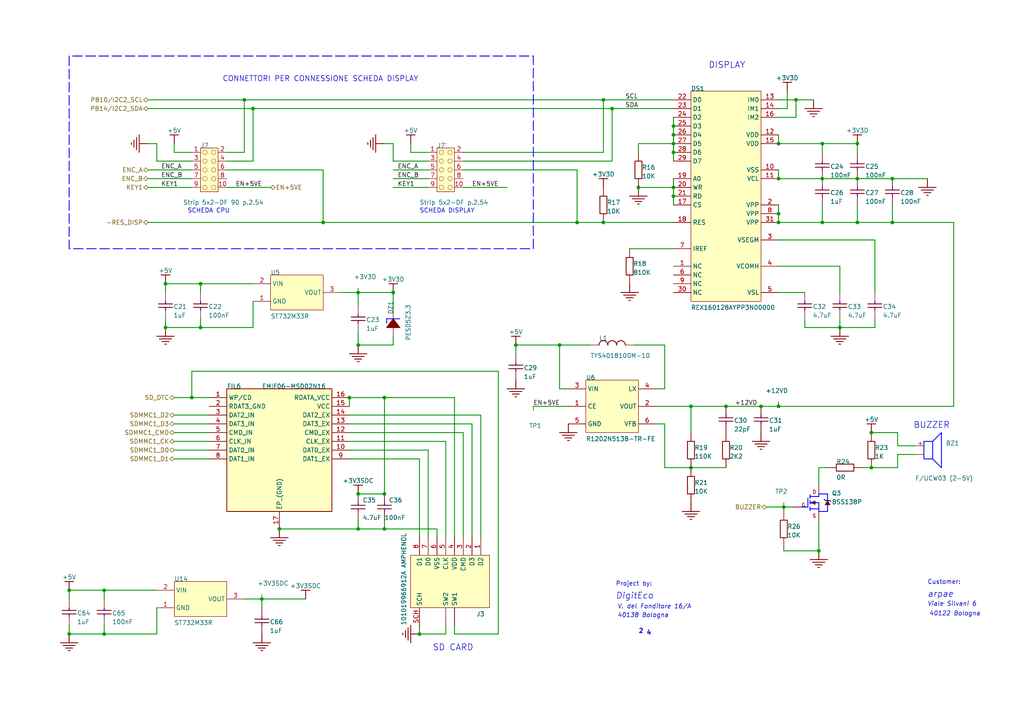
<source format=kicad_sch>
(kicad_sch (version 20230121) (generator eeschema)
  (paper "A4")
  (title_block (title "Stima V4-Master") (rev "1.1"))
  (lib_symbols
    (symbol "Stima V4 Master R1_1-altium-import:+3V3D" (power)
      (property "Reference" "#PWR" (at 0 0 0))
      (property "Value" "+3V3D" (at 0 3.81 0))
      (symbol "+3V3D_0_0"
        (pin power_in line (at 0 0 0) (length 0) hide (name "+3V3D") (number ""))
      )
    )
    (symbol "Stima V4 Master R1_1-altium-import:+3V3SDC" (power)
      (property "Reference" "#PWR" (at 0 0 0))
      (property "Value" "+3V3SDC" (at 0 3.81 0))
      (symbol "+3V3SDC_0_0"
        (pin power_in line (at 0 0 0) (length 0) hide (name "+3V3SDC") (number ""))
      )
    )
    (symbol "Stima V4 Master R1_1-altium-import:+5V" (power)
      (property "Reference" "#PWR" (at 0 0 0))
      (property "Value" "+5V" (at 0 3.81 0))
      (symbol "+5V_0_0"
        (pin power_in line (at 0 0 0) (length 0) hide (name "+5V") (number ""))
      )
    )
    (symbol "Stima V4 Master R1_1-altium-import:GND" (power)
      (property "Reference" "#PWR" (at 0 0 0))
      (property "Value" "GND" (at 0 6.35 0))
      (symbol "GND_0_0"
        (pin power_in line (at 0 0 0) (length 0) hide (name "GND") (number ""))
      )
    )
    (symbol "Stima V4 Master R1_1-altium-import:root_0_BSS138"
      (symbol "root_0_BSS138_1_0"
        (text "D" (at 3.175 0 0) (effects (font (size 1.016 1.016)) (justify left bottom)))
        (text "G" (at 0 -3.81 0) (effects (font (size 1.016 1.016)) (justify left bottom)))
        (text "S" (at 3.175 -6.985 0) (effects (font (size 1.016 1.016)) (justify left bottom)))
        (pin passive line (at -2.54 -3.81 0) (length 2.54) (name "G") (number "1"))
        (pin passive line (at 5.08 -7.62 90) (length 2.54) (name "S") (number "2"))
        (pin passive line (at 5.08 2.54 270) (length 2.54) (name "D") (number "3"))
      )
    )
    (symbol "Stima V4 Master R1_1-altium-import:root_0_Buzzer"
      (symbol "root_0_Buzzer_1_0"
        (text "+" (at -1.905 0 0) (effects (font (size 1.27 1.27)) (justify left bottom)))
        (pin passive line (at -2.54 0 0) (length 2.54) (name "+") (number "1"))
        (pin passive line (at -2.54 -2.54 0) (length 2.54) (name "-") (number "2"))
      )
    )
    (symbol "Stima V4 Master R1_1-altium-import:root_0_C0603"
      (symbol "root_0_C0603_1_0"
        (pin passive line (at 0 2.54 270) (length 2.54) (name "1") (number "1"))
        (pin passive line (at 0 -5.08 90) (length 2.54) (name "2") (number "2"))
      )
    )
    (symbol "Stima V4 Master R1_1-altium-import:root_0_Coil  SMD piccoli"
      (symbol "root_0_Coil  SMD piccoli_1_0"
        (pin passive line (at -2.54 -2.54 0) (length 2.54) (name "1") (number "1"))
        (pin passive line (at 10.16 -2.54 180) (length 2.54) (name "2") (number "2"))
      )
    )
    (symbol "Stima V4 Master R1_1-altium-import:root_0_DISPLAY RAYSTAR OLED 128X160"
      (symbol "root_0_DISPLAY RAYSTAR OLED 128X160_1_0"
        (pin passive line (at -5.08 -50.8 0) (length 5.08) (name "NC") (number "1"))
        (pin power_in line (at 25.4 -22.86 180) (length 5.08) (name "VSS") (number "10"))
        (pin power_in line (at 25.4 -25.4 180) (length 5.08) (name "VCL") (number "11"))
        (pin power_in line (at 25.4 -12.7 180) (length 5.08) (name "VDD") (number "12"))
        (pin passive line (at 25.4 -2.54 180) (length 5.08) (name "IM0") (number "13"))
        (pin passive line (at 25.4 -5.08 180) (length 5.08) (name "IM1") (number "14"))
        (pin power_in line (at 25.4 -15.24 180) (length 5.08) (name "VDD") (number "15"))
        (pin passive line (at 25.4 -7.62 180) (length 5.08) (name "IM2") (number "16"))
        (pin input line (at -5.08 -33.02 0) (length 5.08) (name "CS") (number "17"))
        (pin input line (at -5.08 -38.1 0) (length 5.08) (name "RES") (number "18"))
        (pin input line (at -5.08 -25.4 0) (length 5.08) (name "A0") (number "19"))
        (pin power_in line (at 25.4 -33.02 180) (length 5.08) (name "VPP") (number "2"))
        (pin input line (at -5.08 -27.94 0) (length 5.08) (name "WR") (number "20"))
        (pin input line (at -5.08 -30.48 0) (length 5.08) (name "RD") (number "21"))
        (pin passive line (at -5.08 -2.54 0) (length 5.08) (name "D0") (number "22"))
        (pin passive line (at -5.08 -5.08 0) (length 5.08) (name "D1") (number "23"))
        (pin passive line (at -5.08 -7.62 0) (length 5.08) (name "D2") (number "24"))
        (pin passive line (at -5.08 -10.16 0) (length 5.08) (name "D3") (number "25"))
        (pin passive line (at -5.08 -12.7 0) (length 5.08) (name "D4") (number "26"))
        (pin passive line (at -5.08 -15.24 0) (length 5.08) (name "D5") (number "27"))
        (pin passive line (at -5.08 -17.78 0) (length 5.08) (name "D6") (number "28"))
        (pin passive line (at -5.08 -20.32 0) (length 5.08) (name "D7") (number "29"))
        (pin passive line (at 25.4 -43.18 180) (length 5.08) (name "VSEGM") (number "3"))
        (pin passive line (at -5.08 -58.42 0) (length 5.08) (name "NC") (number "30"))
        (pin power_in line (at 25.4 -38.1 180) (length 5.08) (name "VPP") (number "31"))
        (pin passive line (at 25.4 -50.8 180) (length 5.08) (name "VCOMH") (number "4"))
        (pin passive line (at 25.4 -58.42 180) (length 5.08) (name "VSL") (number "5"))
        (pin passive line (at -5.08 -53.34 0) (length 5.08) (name "NC") (number "6"))
        (pin passive line (at -5.08 -45.72 0) (length 5.08) (name "IREF") (number "7"))
        (pin power_in line (at 25.4 -35.56 180) (length 5.08) (name "VPP") (number "8"))
        (pin passive line (at -5.08 -55.88 0) (length 5.08) (name "NC") (number "9"))
      )
    )
    (symbol "Stima V4 Master R1_1-altium-import:root_0_EMIF06-MSD02N16"
      (symbol "root_0_EMIF06-MSD02N16_1_0"
        (pin passive line (at 0 0 0) (length 5.08) (name "WP/CD") (number "1"))
        (pin passive line (at 40.64 -15.24 180) (length 5.08) (name "DAT0_EX") (number "10"))
        (pin passive line (at 40.64 -12.7 180) (length 5.08) (name "CLK_EX") (number "11"))
        (pin passive line (at 40.64 -10.16 180) (length 5.08) (name "CMD_EX") (number "12"))
        (pin passive line (at 40.64 -7.62 180) (length 5.08) (name "DAT3_EX") (number "13"))
        (pin passive line (at 40.64 -5.08 180) (length 5.08) (name "DAT2_EX") (number "14"))
        (pin passive line (at 40.64 -2.54 180) (length 5.08) (name "VCC") (number "15"))
        (pin passive line (at 40.64 0 180) (length 5.08) (name "RDATA_VCC") (number "16"))
        (pin passive line (at 20.32 -38.1 90) (length 5.08) (name "EP_(GND)") (number "17"))
        (pin passive line (at 0 -2.54 0) (length 5.08) (name "RDAT3_GND") (number "2"))
        (pin passive line (at 0 -5.08 0) (length 5.08) (name "DAT2_IN") (number "3"))
        (pin passive line (at 0 -7.62 0) (length 5.08) (name "DAT3_IN") (number "4"))
        (pin passive line (at 0 -10.16 0) (length 5.08) (name "CMD_IN") (number "5"))
        (pin passive line (at 0 -12.7 0) (length 5.08) (name "CLK_IN") (number "6"))
        (pin passive line (at 0 -15.24 0) (length 5.08) (name "DAT0_IN") (number "7"))
        (pin passive line (at 0 -17.78 0) (length 5.08) (name "DAT1_IN") (number "8"))
        (pin passive line (at 40.64 -17.78 180) (length 5.08) (name "DAT1_EX") (number "9"))
      )
    )
    (symbol "Stima V4 Master R1_1-altium-import:root_0_R1202N513B"
      (symbol "root_0_R1202N513B_1_0"
        (pin passive line (at -5.08 -7.62 0) (length 5.08) (name "CE") (number "1"))
        (pin passive line (at 20.32 -7.62 180) (length 5.08) (name "VOUT") (number "2"))
        (pin passive line (at -5.08 -2.54 0) (length 5.08) (name "VIN") (number "3"))
        (pin passive line (at 20.32 -2.54 180) (length 5.08) (name "LX") (number "4"))
        (pin power_in line (at -5.08 -12.7 0) (length 5.08) (name "GND") (number "5"))
        (pin passive line (at 20.32 -12.7 180) (length 5.08) (name "VFB") (number "6"))
      )
    )
    (symbol "Stima V4 Master R1_1-altium-import:root_0_ST732M"
      (symbol "root_0_ST732M_1_0"
        (pin power_in line (at -5.08 -7.62 0) (length 5.08) (name "GND") (number "1"))
        (pin passive line (at -5.08 -2.54 0) (length 5.08) (name "VIN") (number "2"))
        (pin passive line (at 20.32 -5.08 180) (length 5.08) (name "VOUT") (number "3"))
      )
    )
    (symbol "Stima V4 Master R1_1-altium-import:root_0_STRIP 10P-DF"
      (symbol "root_0_STRIP 10P-DF_1_0"
        (pin passive line (at -2.54 -1.27 0) (length 2.54) (name "1") (number "1"))
        (pin passive line (at 7.62 -11.43 180) (length 2.54) (name "10") (number "10"))
        (pin passive line (at 7.62 -1.27 180) (length 2.54) (name "2") (number "2"))
        (pin passive line (at -2.54 -3.81 0) (length 2.54) (name "3") (number "3"))
        (pin passive line (at 7.62 -3.81 180) (length 2.54) (name "4") (number "4"))
        (pin passive line (at -2.54 -6.35 0) (length 2.54) (name "5") (number "5"))
        (pin passive line (at 7.62 -6.35 180) (length 2.54) (name "6") (number "6"))
        (pin passive line (at -2.54 -8.89 0) (length 2.54) (name "7") (number "7"))
        (pin passive line (at 7.62 -8.89 180) (length 2.54) (name "8") (number "8"))
        (pin passive line (at -2.54 -11.43 0) (length 2.54) (name "9") (number "9"))
      )
    )
    (symbol "Stima V4 Master R1_1-altium-import:root_0_Transil SMD PESD5"
      (symbol "root_0_Transil SMD PESD5_1_0"
        (pin passive line (at 0 2.54 270) (length 2.54) (name "K") (number "1"))
        (pin passive line (at 0 -5.08 90) (length 2.54) (name "A") (number "2"))
      )
    )
    (symbol "Stima V4 Master R1_1-altium-import:root_1_Res 0603"
      (symbol "root_1_Res 0603_1_0"
        (pin passive line (at 2.54 -2.54 90) (length 2.54) (name "1") (number "1"))
        (pin passive line (at 2.54 7.62 270) (length 2.54) (name "2") (number "2"))
      )
    )
    (symbol "Stima V4 Master R1_1-altium-import:root_1_TestPoint"
      (symbol "root_1_TestPoint_1_0"
        (pin passive line (at 1.27 -1.27 90) (length 1.27) (name "") (number "1"))
      )
    )
    (symbol "Stima V4 Master R1_1-altium-import:root_2_Res 0603"
      (symbol "root_2_Res 0603_1_0"
        (pin passive line (at 2.54 2.54 180) (length 2.54) (name "1") (number "1"))
        (pin passive line (at -7.62 2.54 0) (length 2.54) (name "2") (number "2"))
      )
    )
    (symbol "Stima V4 Master R1_1-altium-import:root_3_MICRO SD CARD HIROSE"
      (symbol "root_3_MICRO SD CARD HIROSE_1_0"
        (pin passive line (at -2.54 5.08 270) (length 5.08) (name "D2") (number "1"))
        (pin passive line (at -5.08 5.08 270) (length 5.08) (name "D3") (number "2"))
        (pin passive line (at -7.62 5.08 270) (length 5.08) (name "CMD") (number "3"))
        (pin passive line (at -10.16 5.08 270) (length 5.08) (name "VDD") (number "4"))
        (pin passive line (at -12.7 5.08 270) (length 5.08) (name "CLK") (number "5"))
        (pin passive line (at -15.24 5.08 270) (length 5.08) (name "VSS") (number "6"))
        (pin passive line (at -17.78 5.08 270) (length 5.08) (name "D0") (number "7"))
        (pin passive line (at -20.32 5.08 270) (length 5.08) (name "D1") (number "8"))
        (pin passive line (at -10.16 -20.32 90) (length 5.08) (name "SW1") (number "CD1"))
        (pin passive line (at -12.7 -20.32 90) (length 5.08) (name "SW2") (number "CD2"))
        (pin passive line (at -20.32 -20.32 90) (length 5.08) (name "SCH") (number "SCH"))
      )
    )
    (symbol "Stima V4 Master R1_1-altium-import:root_3_Res 0603"
      (symbol "root_3_Res 0603_1_0"
        (pin passive line (at -2.54 2.54 270) (length 2.54) (name "1") (number "1"))
        (pin passive line (at -2.54 -7.62 90) (length 2.54) (name "2") (number "2"))
      )
    )
    (symbol "Stima V4 Master R1_1-altium-import:root_3_TestPoint"
      (symbol "root_3_TestPoint_1_0"
        (pin passive line (at -1.27 1.27 270) (length 1.27) (name "") (number "1"))
      )
    )
  )
  (junction (at 103.886 100.076))
  (junction (at 185.166 54.356))
  (junction (at 200.406 117.856))
  (junction (at 111.506 115.316))
  (junction (at 237.49 159.766))
  (junction (at 230.886 28.956))
  (junction (at 210.566 117.856))
  (junction (at 48.006 82.296))
  (junction (at 227.33 147.066))
  (junction (at 167.386 64.516))
  (junction (at 70.866 28.956))
  (junction (at 58.166 82.296))
  (junction (at 149.606 100.076))
  (junction (at 195.326 36.576))
  (junction (at 195.326 39.116))
  (junction (at 243.586 94.996))
  (junction (at 195.326 41.656))
  (junction (at 225.806 117.856))
  (junction (at 121.666 183.896))
  (junction (at 175.006 64.516))
  (junction (at 103.886 143.256))
  (junction (at 248.666 41.656))
  (junction (at 55.626 115.316))
  (junction (at 225.806 41.656))
  (junction (at 58.166 94.996))
  (junction (at 252.73 125.476))
  (junction (at 93.726 64.516))
  (junction (at 248.666 64.516))
  (junction (at 225.806 61.976))
  (junction (at 258.826 51.816))
  (junction (at 238.506 41.656))
  (junction (at 195.326 54.356))
  (junction (at 248.666 51.816))
  (junction (at 30.226 183.896))
  (junction (at 225.806 51.816))
  (junction (at 111.506 153.416))
  (junction (at 114.046 84.836))
  (junction (at 238.506 51.816))
  (junction (at 30.226 171.196))
  (junction (at 175.006 28.956))
  (junction (at 73.406 31.496))
  (junction (at 258.826 64.516))
  (junction (at 101.346 115.316))
  (junction (at 195.326 56.896))
  (junction (at 81.026 153.416))
  (junction (at 103.886 84.836))
  (junction (at 252.73 135.636))
  (junction (at 48.006 94.996))
  (junction (at 103.886 153.416))
  (junction (at 20.066 171.196))
  (junction (at 111.506 143.256))
  (junction (at 225.806 64.516))
  (junction (at 220.726 117.856))
  (junction (at 238.506 64.516))
  (junction (at 75.946 173.736))
  (junction (at 20.066 183.896))
  (junction (at 162.306 100.076))
  (junction (at 195.326 44.196))
  (junction (at 177.546 31.496))
  (junction (at 200.406 135.636))
  (wire (pts (xy 200.406 135.636) (xy 192.786 135.636)) (stroke (width 0.254)))
  (wire (pts (xy 248.666 64.516) (xy 258.826 64.516)) (stroke (width 0.254)))
  (wire (pts (xy 126.746 153.416) (xy 111.506 153.416)) (stroke (width 0.254)))
  (wire (pts (xy 167.386 64.516) (xy 167.386 49.276)) (stroke (width 0.254)))
  (wire (pts (xy 195.326 56.896) (xy 195.326 54.356)) (stroke (width 0.254)))
  (wire (pts (xy 162.306 100.076) (xy 149.606 100.076)) (stroke (width 0.254)))
  (wire (pts (xy 260.35 129.286) (xy 265.43 129.286)) (stroke (width 0.254)))
  (wire (pts (xy 248.666 44.196) (xy 248.666 41.656)) (stroke (width 0.254)))
  (wire (pts (xy 55.626 115.316) (xy 60.706 115.316)) (stroke (width 0.254)))
  (wire (pts (xy 225.806 34.036) (xy 230.886 34.036)) (stroke (width 0.254)))
  (wire (pts (xy 65.786 49.276) (xy 93.726 49.276)) (stroke (width 0.254)))
  (wire (pts (xy 230.886 28.956) (xy 235.966 28.956)) (stroke (width 0.254)))
  (wire (pts (xy 101.346 133.096) (xy 121.666 133.096)) (stroke (width 0.254)))
  (wire (pts (xy 268.986 51.816) (xy 258.826 51.816)) (stroke (width 0.254)))
  (wire (pts (xy 48.006 94.996) (xy 48.006 92.456)) (stroke (width 0.254)))
  (wire (pts (xy 258.826 51.816) (xy 248.666 51.816)) (stroke (width 0.254)))
  (wire (pts (xy 126.746 155.956) (xy 126.746 153.416)) (stroke (width 0.254)))
  (wire (pts (xy 144.526 183.896) (xy 131.826 183.896)) (stroke (width 0.254)))
  (wire (pts (xy 58.166 82.296) (xy 48.006 82.296)) (stroke (width 0.254)))
  (wire (pts (xy 50.546 41.656) (xy 50.546 44.196)) (stroke (width 0.254)))
  (wire (pts (xy 101.346 128.016) (xy 129.286 128.016)) (stroke (width 0.254)))
  (wire (pts (xy 20.066 171.196) (xy 20.066 173.736)) (stroke (width 0.254)))
  (wire (pts (xy 167.386 64.516) (xy 175.006 64.516)) (stroke (width 0.254)))
  (wire (pts (xy 30.226 173.736) (xy 30.226 171.196)) (stroke (width 0.254)))
  (wire (pts (xy 75.946 173.736) (xy 70.866 173.736)) (stroke (width 0.254)))
  (wire (pts (xy 70.866 44.196) (xy 70.866 28.956)) (stroke (width 0.254)))
  (wire (pts (xy 222.25 147.066) (xy 227.33 147.066)) (stroke (width 0.254)))
  (wire (pts (xy 252.73 125.476) (xy 260.35 125.476)) (stroke (width 0.254)))
  (wire (pts (xy 50.546 133.096) (xy 60.706 133.096)) (stroke (width 0.254)))
  (wire (pts (xy 258.826 64.516) (xy 258.826 59.436)) (stroke (width 0.254)))
  (wire (pts (xy 111.506 153.416) (xy 103.886 153.416)) (stroke (width 0.254)))
  (wire (pts (xy 45.466 183.896) (xy 30.226 183.896)) (stroke (width 0.254)))
  (wire (pts (xy 260.35 125.476) (xy 260.35 129.286)) (stroke (width 0.254)))
  (wire (pts (xy 20.066 183.896) (xy 20.066 181.356)) (stroke (width 0.254)))
  (wire (pts (xy 45.466 176.276) (xy 45.466 183.896)) (stroke (width 0.254)))
  (wire (pts (xy 134.366 54.356) (xy 147.066 54.356)) (stroke (width 0.254)))
  (wire (pts (xy 243.586 94.996) (xy 253.746 94.996)) (stroke (width 0.254)))
  (wire (pts (xy 233.426 94.996) (xy 243.586 94.996)) (stroke (width 0.254)))
  (wire (pts (xy 265.43 131.826) (xy 260.35 131.826)) (stroke (width 0.254)))
  (wire (pts (xy 50.546 115.316) (xy 55.626 115.316)) (stroke (width 0.254)))
  (wire (pts (xy 200.406 125.476) (xy 200.406 117.856)) (stroke (width 0.254)))
  (wire (pts (xy 175.006 28.956) (xy 175.006 44.196)) (stroke (width 0.254)))
  (wire (pts (xy 276.606 64.516) (xy 276.606 117.856)) (stroke (width 0.254)))
  (wire (pts (xy 238.506 44.196) (xy 238.506 41.656)) (stroke (width 0.254)))
  (wire (pts (xy 114.046 84.836) (xy 114.046 89.916)) (stroke (width 0.254)))
  (wire (pts (xy 195.326 39.116) (xy 195.326 41.656)) (stroke (width 0.254)))
  (wire (pts (xy 114.046 54.356) (xy 124.206 54.356)) (stroke (width 0.254)))
  (wire (pts (xy 65.786 46.736) (xy 73.406 46.736)) (stroke (width 0.254)))
  (wire (pts (xy 30.226 181.356) (xy 30.226 183.896)) (stroke (width 0.254)))
  (wire (pts (xy 228.346 31.496) (xy 228.346 26.416)) (stroke (width 0.254)))
  (wire (pts (xy 103.886 100.076) (xy 103.886 96.266)) (stroke (width 0.254)))
  (wire (pts (xy 65.786 54.356) (xy 78.486 54.356)) (stroke (width 0.254)))
  (wire (pts (xy 225.806 31.496) (xy 228.346 31.496)) (stroke (width 0.254)))
  (wire (pts (xy 177.546 31.496) (xy 177.546 46.736)) (stroke (width 0.254)))
  (wire (pts (xy 42.926 64.516) (xy 93.726 64.516)) (stroke (width 0.254)))
  (wire (pts (xy 50.546 122.936) (xy 60.706 122.936)) (stroke (width 0.254)))
  (wire (pts (xy 237.49 135.636) (xy 240.03 135.636)) (stroke (width 0.254)))
  (wire (pts (xy 111.506 143.256) (xy 103.886 143.256)) (stroke (width 0.254)))
  (wire (pts (xy 93.726 64.516) (xy 167.386 64.516)) (stroke (width 0.254)))
  (wire (pts (xy 50.546 44.196) (xy 55.626 44.196)) (stroke (width 0.254)))
  (wire (pts (xy 30.226 171.196) (xy 20.066 171.196)) (stroke (width 0.254)))
  (wire (pts (xy 114.046 100.076) (xy 103.886 100.076)) (stroke (width 0.254)))
  (wire (pts (xy 190.246 112.776) (xy 192.786 112.776)) (stroke (width 0.254)))
  (wire (pts (xy 175.006 28.956) (xy 70.866 28.956)) (stroke (width 0.254)))
  (wire (pts (xy 227.33 158.496) (xy 227.33 159.766)) (stroke (width 0.254)))
  (wire (pts (xy 233.426 84.836) (xy 225.806 84.836)) (stroke (width 0.254)))
  (wire (pts (xy 227.33 159.766) (xy 237.49 159.766)) (stroke (width 0.254)))
  (wire (pts (xy 253.746 94.996) (xy 253.746 92.456)) (stroke (width 0.254)))
  (wire (pts (xy 98.806 84.836) (xy 103.886 84.836)) (stroke (width 0.254)))
  (wire (pts (xy 238.506 64.516) (xy 238.506 59.436)) (stroke (width 0.254)))
  (wire (pts (xy 30.226 183.896) (xy 20.066 183.896)) (stroke (width 0.254)))
  (wire (pts (xy 248.666 41.656) (xy 238.506 41.656)) (stroke (width 0.254)))
  (wire (pts (xy 50.546 125.476) (xy 60.706 125.476)) (stroke (width 0.254)))
  (wire (pts (xy 124.206 130.556) (xy 124.206 155.956)) (stroke (width 0.254)))
  (wire (pts (xy 225.806 51.816) (xy 225.806 49.276)) (stroke (width 0.254)))
  (wire (pts (xy 238.506 51.816) (xy 225.806 51.816)) (stroke (width 0.254)))
  (wire (pts (xy 73.406 94.996) (xy 58.166 94.996)) (stroke (width 0.254)))
  (wire (pts (xy 101.346 125.476) (xy 134.366 125.476)) (stroke (width 0.254)))
  (wire (pts (xy 144.526 107.696) (xy 144.526 183.896)) (stroke (width 0.254)))
  (wire (pts (xy 124.206 46.736) (xy 114.046 46.736)) (stroke (width 0.254)))
  (wire (pts (xy 139.446 120.396) (xy 139.446 155.956)) (stroke (width 0.254)))
  (wire (pts (xy 101.346 115.316) (xy 111.506 115.316)) (stroke (width 0.254)))
  (wire (pts (xy 114.046 97.536) (xy 114.046 100.076)) (stroke (width 0.254)))
  (wire (pts (xy 260.35 135.636) (xy 252.73 135.636)) (stroke (width 0.254)))
  (wire (pts (xy 230.886 28.956) (xy 225.806 28.956)) (stroke (width 0.254)))
  (wire (pts (xy 129.286 183.896) (xy 129.286 181.356)) (stroke (width 0.254)))
  (wire (pts (xy 50.546 120.396) (xy 60.706 120.396)) (stroke (width 0.254)))
  (wire (pts (xy 195.326 59.436) (xy 195.326 56.896)) (stroke (width 0.254)))
  (wire (pts (xy 121.666 183.896) (xy 129.286 183.896)) (stroke (width 0.254)))
  (wire (pts (xy 177.546 46.736) (xy 134.366 46.736)) (stroke (width 0.254)))
  (wire (pts (xy 237.49 140.716) (xy 237.49 135.636)) (stroke (width 0.254)))
  (wire (pts (xy 73.406 31.496) (xy 42.926 31.496)) (stroke (width 0.254)))
  (wire (pts (xy 237.49 159.766) (xy 237.49 150.876)) (stroke (width 0.254)))
  (wire (pts (xy 103.886 153.416) (xy 81.026 153.416)) (stroke (width 0.254)))
  (wire (pts (xy 195.326 72.136) (xy 182.626 72.136)) (stroke (width 0.254)))
  (wire (pts (xy 225.806 61.976) (xy 225.806 64.516)) (stroke (width 0.254)))
  (wire (pts (xy 210.566 135.636) (xy 200.406 135.636)) (stroke (width 0.254)))
  (wire (pts (xy 195.326 28.956) (xy 175.006 28.956)) (stroke (width 0.254)))
  (wire (pts (xy 111.506 115.316) (xy 131.826 115.316)) (stroke (width 0.254)))
  (wire (pts (xy 230.886 34.036) (xy 230.886 28.956)) (stroke (width 0.254)))
  (wire (pts (xy 227.33 147.066) (xy 229.87 147.066)) (stroke (width 0.254)))
  (wire (pts (xy 210.566 117.856) (xy 220.726 117.856)) (stroke (width 0.254)))
  (wire (pts (xy 73.406 87.376) (xy 73.406 94.996)) (stroke (width 0.254)))
  (wire (pts (xy 243.586 92.456) (xy 243.586 94.996)) (stroke (width 0.254)))
  (wire (pts (xy 220.726 117.856) (xy 225.806 117.856)) (stroke (width 0.254)))
  (wire (pts (xy 73.406 82.296) (xy 58.166 82.296)) (stroke (width 0.254)))
  (wire (pts (xy 45.466 46.736) (xy 45.466 41.656)) (stroke (width 0.254)))
  (wire (pts (xy 252.73 135.636) (xy 250.19 135.636)) (stroke (width 0.254)))
  (wire (pts (xy 111.506 143.256) (xy 111.506 115.316)) (stroke (width 0.254)))
  (wire (pts (xy 101.346 117.856) (xy 101.346 115.316)) (stroke (width 0.254)))
  (wire (pts (xy 111.506 153.416) (xy 111.506 150.876)) (stroke (width 0.254)))
  (wire (pts (xy 103.886 88.646) (xy 103.886 84.836)) (stroke (width 0.254)))
  (wire (pts (xy 195.326 31.496) (xy 177.546 31.496)) (stroke (width 0.254)))
  (wire (pts (xy 185.166 44.196) (xy 185.166 41.656)) (stroke (width 0.254)))
  (wire (pts (xy 225.806 69.596) (xy 253.746 69.596)) (stroke (width 0.254)))
  (wire (pts (xy 58.166 84.836) (xy 58.166 82.296)) (stroke (width 0.254)))
  (wire (pts (xy 154.686 117.856) (xy 164.846 117.856)) (stroke (width 0.254)))
  (wire (pts (xy 45.466 171.196) (xy 30.226 171.196)) (stroke (width 0.254)))
  (wire (pts (xy 70.866 28.956) (xy 42.926 28.956)) (stroke (width 0.254)))
  (wire (pts (xy 164.846 112.776) (xy 162.306 112.776)) (stroke (width 0.254)))
  (wire (pts (xy 248.666 64.516) (xy 248.666 59.436)) (stroke (width 0.254)))
  (wire (pts (xy 42.926 54.356) (xy 55.626 54.356)) (stroke (width 0.254)))
  (wire (pts (xy 276.606 117.856) (xy 225.806 117.856)) (stroke (width 0.254)))
  (wire (pts (xy 225.806 77.216) (xy 243.586 77.216)) (stroke (width 0.254)))
  (wire (pts (xy 192.786 112.776) (xy 192.786 100.076)) (stroke (width 0.254)))
  (wire (pts (xy 58.166 92.456) (xy 58.166 94.996)) (stroke (width 0.254)))
  (wire (pts (xy 200.406 117.856) (xy 210.566 117.856)) (stroke (width 0.254)))
  (wire (pts (xy 192.786 122.936) (xy 190.246 122.936)) (stroke (width 0.254)))
  (wire (pts (xy 175.006 44.196) (xy 134.366 44.196)) (stroke (width 0.254)))
  (wire (pts (xy 227.33 147.066) (xy 227.33 148.336)) (stroke (width 0.254)))
  (wire (pts (xy 73.406 46.736) (xy 73.406 31.496)) (stroke (width 0.254)))
  (wire (pts (xy 149.606 100.076) (xy 149.606 102.616)) (stroke (width 0.254)))
  (wire (pts (xy 119.126 44.196) (xy 124.206 44.196)) (stroke (width 0.254)))
  (wire (pts (xy 136.906 122.936) (xy 136.906 155.956)) (stroke (width 0.254)))
  (wire (pts (xy 195.326 41.656) (xy 195.326 44.196)) (stroke (width 0.254)))
  (wire (pts (xy 195.326 54.356) (xy 185.166 54.356)) (stroke (width 0.254)))
  (wire (pts (xy 101.346 130.556) (xy 124.206 130.556)) (stroke (width 0.254)))
  (wire (pts (xy 225.806 64.516) (xy 238.506 64.516)) (stroke (width 0.254)))
  (wire (pts (xy 55.626 107.696) (xy 144.526 107.696)) (stroke (width 0.254)))
  (wire (pts (xy 58.166 94.996) (xy 48.006 94.996)) (stroke (width 0.254)))
  (wire (pts (xy 101.346 122.936) (xy 136.906 122.936)) (stroke (width 0.254)))
  (wire (pts (xy 225.806 41.656) (xy 225.806 39.116)) (stroke (width 0.254)))
  (wire (pts (xy 243.586 77.216) (xy 243.586 84.836)) (stroke (width 0.254)))
  (wire (pts (xy 55.626 46.736) (xy 45.466 46.736)) (stroke (width 0.254)))
  (wire (pts (xy 253.746 69.596) (xy 253.746 84.836)) (stroke (width 0.254)))
  (wire (pts (xy 114.046 41.656) (xy 111.506 41.656)) (stroke (width 0.254)))
  (wire (pts (xy 171.196 100.076) (xy 162.306 100.076)) (stroke (width 0.254)))
  (wire (pts (xy 233.426 92.456) (xy 233.426 94.996)) (stroke (width 0.254)))
  (wire (pts (xy 129.286 128.016) (xy 129.286 155.956)) (stroke (width 0.254)))
  (wire (pts (xy 114.046 51.816) (xy 124.206 51.816)) (stroke (width 0.254)))
  (wire (pts (xy 93.726 49.276) (xy 93.726 64.516)) (stroke (width 0.254)))
  (wire (pts (xy 225.806 59.436) (xy 225.806 61.976)) (stroke (width 0.254)))
  (wire (pts (xy 195.326 36.576) (xy 195.326 39.116)) (stroke (width 0.254)))
  (wire (pts (xy 134.366 125.476) (xy 134.366 155.956)) (stroke (width 0.254)))
  (wire (pts (xy 55.626 115.316) (xy 55.626 107.696)) (stroke (width 0.254)))
  (wire (pts (xy 258.826 64.516) (xy 276.606 64.516)) (stroke (width 0.254)))
  (wire (pts (xy 238.506 41.656) (xy 225.806 41.656)) (stroke (width 0.254)))
  (wire (pts (xy 185.166 41.656) (xy 195.326 41.656)) (stroke (width 0.254)))
  (wire (pts (xy 75.946 176.276) (xy 75.946 173.736)) (stroke (width 0.254)))
  (wire (pts (xy 114.046 46.736) (xy 114.046 41.656)) (stroke (width 0.254)))
  (wire (pts (xy 65.786 44.196) (xy 70.866 44.196)) (stroke (width 0.254)))
  (wire (pts (xy 260.35 131.826) (xy 260.35 135.636)) (stroke (width 0.254)))
  (wire (pts (xy 42.926 49.276) (xy 55.626 49.276)) (stroke (width 0.254)))
  (wire (pts (xy 101.346 120.396) (xy 139.446 120.396)) (stroke (width 0.254)))
  (wire (pts (xy 190.246 117.856) (xy 200.406 117.856)) (stroke (width 0.254)))
  (wire (pts (xy 50.546 128.016) (xy 60.706 128.016)) (stroke (width 0.254)))
  (wire (pts (xy 42.926 51.816) (xy 55.626 51.816)) (stroke (width 0.254)))
  (wire (pts (xy 195.326 44.196) (xy 195.326 46.736)) (stroke (width 0.254)))
  (wire (pts (xy 119.126 41.656) (xy 119.126 44.196)) (stroke (width 0.254)))
  (wire (pts (xy 195.326 54.356) (xy 195.326 51.816)) (stroke (width 0.254)))
  (wire (pts (xy 248.666 51.816) (xy 238.506 51.816)) (stroke (width 0.254)))
  (wire (pts (xy 131.826 115.316) (xy 131.826 155.956)) (stroke (width 0.254)))
  (wire (pts (xy 192.786 100.076) (xy 183.896 100.076)) (stroke (width 0.254)))
  (wire (pts (xy 103.886 153.416) (xy 103.886 150.876)) (stroke (width 0.254)))
  (wire (pts (xy 195.326 34.036) (xy 195.326 36.576)) (stroke (width 0.254)))
  (wire (pts (xy 192.786 135.636) (xy 192.786 122.936)) (stroke (width 0.254)))
  (wire (pts (xy 75.946 173.736) (xy 88.646 173.736)) (stroke (width 0.254)))
  (wire (pts (xy 177.546 31.496) (xy 73.406 31.496)) (stroke (width 0.254)))
  (wire (pts (xy 167.386 49.276) (xy 134.366 49.276)) (stroke (width 0.254)))
  (wire (pts (xy 45.466 41.656) (xy 42.926 41.656)) (stroke (width 0.254)))
  (wire (pts (xy 103.886 84.836) (xy 114.046 84.836)) (stroke (width 0.254)))
  (wire (pts (xy 238.506 64.516) (xy 248.666 64.516)) (stroke (width 0.254)))
  (wire (pts (xy 114.046 49.276) (xy 124.206 49.276)) (stroke (width 0.254)))
  (wire (pts (xy 121.666 181.356) (xy 121.666 183.896)) (stroke (width 0.254)))
  (wire (pts (xy 50.546 130.556) (xy 60.706 130.556)) (stroke (width 0.254)))
  (wire (pts (xy 131.826 183.896) (xy 131.826 181.356)) (stroke (width 0.254)))
  (wire (pts (xy 121.666 133.096) (xy 121.666 155.956)) (stroke (width 0.254)))
  (wire (pts (xy 175.006 64.516) (xy 195.326 64.516)) (stroke (width 0.254)))
  (wire (pts (xy 48.006 82.296) (xy 48.006 84.836)) (stroke (width 0.254)))
  (wire (pts (xy 162.306 112.776) (xy 162.306 100.076)) (stroke (width 0.254)))
  (polyline (pts (xy 20.066 16.256) (xy 20.066 72.136) (xy 154.686 72.136) (xy 154.686 16.256) (xy 20.066 16.256)) (stroke (width 0.254) (type dash) (color 0 0 255 1)))
  (text "Customer:" (at 268.986 169.672 0) (effects (font (size 1.27 1.27)) (justify left bottom)))
  (text "2" (at 185.166 183.896 0) (effects (font (size 1.27 1.27) bold) (justify left bottom)))
  (text "40122 Bologna" (at 269.494 178.816 0) (effects (font (size 1.27 1.27) italic) (justify left bottom)))
  (text "SCHEDA CPU" (at 54.356 61.976 0) (effects (font (size 1.27 1.27)) (justify left bottom)))
  (text "SD CARD" (at 125.476 188.976 0) (effects (font (size 1.778 1.778)) (justify left bottom)))
  (text "arpae" (at 268.986 173.482 0) (effects (font (size 1.778 1.778) italic) (justify left bottom)))
  (text "V. del Fonditore 16/A" (at 179.07 176.784 0) (effects (font (size 1.27 1.27) italic) (justify left bottom)))
  (text "DISPLAY" (at 205.486 20.066 0) (effects (font (size 1.778 1.778)) (justify left bottom)))
  (text "Project by:" (at 178.562 170.18 0) (effects (font (size 1.27 1.27)) (justify left bottom)))
  (text "CONNETTORI PER CONNESSIONE SCHEDA DISPLAY" (at 64.516 23.876 0) (effects (font (size 1.524 1.524)) (justify left bottom)))
  (text "4" (at 187.452 184.404 0) (effects (font (size 1.27 1.27) bold) (justify left bottom)))
  (text "Viale Silvani 6" (at 268.986 176.022 0) (effects (font (size 1.27 1.27) italic) (justify left bottom)))
  (text "40138 Bologna" (at 179.07 179.324 0) (effects (font (size 1.27 1.27) italic) (justify left bottom)))
  (text "DigitEco" (at 178.562 173.99 0) (effects (font (size 1.778 1.778) italic) (justify left bottom)))
  (text "BUZZER" (at 264.922 124.46 0) (effects (font (size 1.778 1.778)) (justify left bottom)))
  (text "SCHEDA DISPLAY" (at 121.666 61.976 0) (effects (font (size 1.27 1.27)) (justify left bottom)))
  (label "+12VD" (at 213.106 117.856 180))
  (label "EN+5VE" (at 154.686 117.856 180))
  (label "KEY1" (at 46.736 54.356 180))
  (label "EN+5VE" (at 68.326 54.356 180))
  (label "SDA" (at 181.356 31.496 180))
  (label "EN+5VE" (at 136.906 54.356 180))
  (label "ENC_B" (at 46.736 51.816 180))
  (label "KEY1" (at 115.316 54.356 180))
  (label "ENC_B" (at 115.316 51.816 180))
  (label "SCL" (at 181.356 28.956 180))
  (label "ENC_A" (at 46.736 49.276 180))
  (label "ENC_A" (at 115.316 49.276 180))
  (hierarchical_label "SDMMC1_D1" (shape bidirectional) (at 50.546 133.096 180))
  (hierarchical_label "SDMMC1_D0" (shape bidirectional) (at 50.546 130.556 180))
  (hierarchical_label "KEY1" (shape bidirectional) (at 42.926 54.356 180))
  (hierarchical_label "-RES_DISP" (shape bidirectional) (at 42.926 64.516 180))
  (hierarchical_label "ENC_A" (shape bidirectional) (at 42.926 49.276 180))
  (hierarchical_label "ENC_B" (shape bidirectional) (at 42.926 51.816 180))
  (hierarchical_label "EN+5VE" (shape bidirectional) (at 78.486 54.356 0))
  (hierarchical_label "SDMMC1_D3" (shape bidirectional) (at 50.546 122.936 180))
  (hierarchical_label "BUZZER" (shape bidirectional) (at 222.25 147.066 180))
  (hierarchical_label "SDMMC1_D2" (shape bidirectional) (at 50.546 120.396 180))
  (hierarchical_label "SDMMC1_CK" (shape bidirectional) (at 50.546 128.016 180))
  (hierarchical_label "SD_DTC" (shape bidirectional) (at 50.546 115.316 180))
  (hierarchical_label "SDMMC1_CMD" (shape bidirectional) (at 50.546 125.476 180))
  (hierarchical_label "PB14/I2C2_SDA" (shape bidirectional) (at 42.926 31.496 180))
  (hierarchical_label "PB10/I2C2_SCL" (shape bidirectional) (at 42.926 28.956 180))
  (symbol (lib_id "Stima V4 Master R1_1-altium-import:root_1_TestPoint") (at 224.536 116.586 0) (unit 1)
    (property "Reference" "+12VD" (at 221.996 114.046 0) (effects (justify left bottom)))
    (property "Value" "TestPoint" (effects hide))
    (property "Footprint" "TP" (effects hide))
  )
  (symbol (lib_id "Stima V4 Master R1_1-altium-import:root_3_Res 0603") (at 202.946 138.176 0) (unit 1)
    (property "Reference" "R21" (at 201.422 140.716 0) (effects (justify left bottom)))
    (property "Value" "10K" (at 201.422 143.256 0) (effects (justify left bottom)))
    (property "Footprint" "0603" (effects hide))
    (property "ALTIUM_VALUE" "10K" (effects hide))
    (property "PRECISION" "1%" (effects hide))
    (property "PACKAGE REFERENCE" "0603" (effects hide))
    (property "POWER" "1/10W" (effects hide))
  )
  (symbol (lib_id "Stima V4 Master R1_1-altium-import:GND") (at 103.886 100.076 0) (unit 1)
    (property "Reference" "#PWR?" (effects hide))
    (property "Value" "GND" (effects hide))
  )
  (symbol (lib_id "Stima V4 Master R1_1-altium-import:+3V3D") (at 228.346 26.416 180) (unit 1)
    (property "Reference" "#PWR?" (effects hide))
    (property "Value" "+3V3D" (at 228.346 22.606 0))
  )
  (symbol (lib_id "Stima V4 Master R1_1-altium-import:GND") (at 237.49 159.766 0) (unit 1)
    (property "Reference" "#PWR?" (effects hide))
    (property "Value" "GND" (effects hide))
  )
  (symbol (lib_id "Stima V4 Master R1_1-altium-import:root_0_BSS138") (at 232.41 143.256 0) (unit 1)
    (property "Reference" "Q3" (at 241.237 143.764 0) (effects (justify left bottom)))
    (property "Value" "BSS138P" (at 241.237 146.304 0) (effects (justify left bottom)))
    (property "Footprint" "SOT23" (effects hide))
    (property "PACKAGE REFERENCE" "SOT23" (effects hide))
  )
  (symbol (lib_id "Stima V4 Master R1_1-altium-import:root_3_Res 0603") (at 213.106 128.016 0) (unit 1)
    (property "Reference" "R20" (at 211.582 130.556 0) (effects (justify left bottom)))
    (property "Value" "2K2" (at 211.582 133.096 0) (effects (justify left bottom)))
    (property "Footprint" "0603" (effects hide))
    (property "ALTIUM_VALUE" "2K2" (effects hide))
    (property "PRECISION" "1%" (effects hide))
    (property "PACKAGE REFERENCE" "0603" (effects hide))
    (property "POWER" "1/10W" (effects hide))
  )
  (symbol (lib_id "Stima V4 Master R1_1-altium-import:root_0_C0603") (at 258.826 54.356 0) (unit 1)
    (property "Reference" "C28" (at 261.112 56.642 0) (effects (justify left bottom)))
    (property "Value" "100nF" (at 261.112 59.182 0) (effects (justify left bottom)))
    (property "Footprint" "0603" (effects hide))
    (property "PACKAGE REFERENCE" "0603" (effects hide))
    (property "TYPE" "Multistrato X5R/X7R" (effects hide))
    (property "ALTIUM_VALUE" "100nF" (effects hide))
    (property "VOLTAGE" "20V" (effects hide))
  )
  (symbol (lib_id "Stima V4 Master R1_1-altium-import:+5V") (at 20.066 171.196 180) (unit 1)
    (property "Reference" "#PWR?" (effects hide))
    (property "Value" "+5V" (at 20.066 167.386 0))
  )
  (symbol (lib_id "Stima V4 Master R1_1-altium-import:GND") (at 220.726 125.476 0) (unit 1)
    (property "Reference" "#PWR?" (effects hide))
    (property "Value" "GND" (effects hide))
  )
  (symbol (lib_id "Stima V4 Master R1_1-altium-import:+5V") (at 50.546 41.656 180) (unit 1)
    (property "Reference" "#PWR?" (effects hide))
    (property "Value" "+5V" (at 50.546 37.846 0))
  )
  (symbol (lib_id "Stima V4 Master R1_1-altium-import:+3V3SDC") (at 88.646 173.736 180) (unit 1)
    (property "Reference" "#PWR?" (effects hide))
    (property "Value" "+3V3SDC" (at 88.646 169.926 0))
  )
  (symbol (lib_id "Stima V4 Master R1_1-altium-import:root_0_DISPLAY RAYSTAR OLED 128X160") (at 200.406 26.416 0) (unit 1)
    (property "Reference" "DS1" (at 200.406 26.416 0) (effects (justify left bottom)))
    (property "Value" "REX160128AYPP3N00000" (at 200.406 89.916 0) (effects (justify left bottom)))
    (property "Footprint" "CONN FPC_FFC 31P P0.3 REVERSE-MIO" (effects hide))
  )
  (symbol (lib_id "Stima V4 Master R1_1-altium-import:root_1_TestPoint") (at 102.616 83.566 0) (unit 1)
    (property "Reference" "+3V3D" (at 102.616 81.026 0) (effects (justify left bottom)))
    (property "Value" "TestPoint" (effects hide))
    (property "Footprint" "TP" (effects hide))
  )
  (symbol (lib_id "Stima V4 Master R1_1-altium-import:GND") (at 75.946 183.896 0) (unit 1)
    (property "Reference" "#PWR?" (effects hide))
    (property "Value" "GND" (effects hide))
  )
  (symbol (lib_id "Stima V4 Master R1_1-altium-import:root_3_Res 0603") (at 187.706 46.736 0) (unit 1)
    (property "Reference" "R16" (at 186.182 49.276 0) (effects (justify left bottom)))
    (property "Value" "10K" (at 186.182 51.816 0) (effects (justify left bottom)))
    (property "Footprint" "0603" (effects hide))
    (property "ALTIUM_VALUE" "10K" (effects hide))
    (property "PRECISION" "1%" (effects hide))
    (property "PACKAGE REFERENCE" "0603" (effects hide))
    (property "POWER" "1/10W" (effects hide))
  )
  (symbol (lib_id "Stima V4 Master R1_1-altium-import:root_0_C0603") (at 243.586 87.376 0) (unit 1)
    (property "Reference" "C33" (at 245.872 89.662 0) (effects (justify left bottom)))
    (property "Value" "4.7uF" (at 245.872 92.202 0) (effects (justify left bottom)))
    (property "Footprint" "0603" (effects hide))
    (property "PACKAGE REFERENCE" "0603" (effects hide))
    (property "TYPE" "Multistrato X5R/X7R" (effects hide))
    (property "ALTIUM_VALUE" "4.7uF" (effects hide))
    (property "VOLTAGE" "20V" (effects hide))
  )
  (symbol (lib_id "Stima V4 Master R1_1-altium-import:root_0_C0603") (at 149.606 105.156 0) (unit 1)
    (property "Reference" "C29" (at 151.892 107.442 0) (effects (justify left bottom)))
    (property "Value" "1uF" (at 151.892 109.982 0) (effects (justify left bottom)))
    (property "Footprint" "0603" (effects hide))
    (property "PACKAGE REFERENCE" "0603" (effects hide))
    (property "TYPE" "Multistrato X5R/X7R" (effects hide))
    (property "ALTIUM_VALUE" "1uF" (effects hide))
    (property "VOLTAGE" "20V" (effects hide))
  )
  (symbol (lib_id "Stima V4 Master R1_1-altium-import:+5V") (at 149.606 100.076 180) (unit 1)
    (property "Reference" "#PWR?" (effects hide))
    (property "Value" "+5V" (at 149.606 96.266 0))
  )
  (symbol (lib_id "Stima V4 Master R1_1-altium-import:root_0_C0603") (at 238.506 46.736 0) (unit 1)
    (property "Reference" "C24" (at 240.792 49.022 0) (effects (justify left bottom)))
    (property "Value" "100nF" (at 240.792 51.562 0) (effects (justify left bottom)))
    (property "Footprint" "0603" (effects hide))
    (property "PACKAGE REFERENCE" "0603" (effects hide))
    (property "TYPE" "Multistrato X5R/X7R" (effects hide))
    (property "ALTIUM_VALUE" "100nF" (effects hide))
    (property "VOLTAGE" "20V" (effects hide))
  )
  (symbol (lib_id "Stima V4 Master R1_1-altium-import:root_0_C0603") (at 20.066 176.276 0) (unit 1)
    (property "Reference" "C64" (at 22.352 178.562 0) (effects (justify left bottom)))
    (property "Value" "1uF" (at 22.352 181.102 0) (effects (justify left bottom)))
    (property "Footprint" "0603" (effects hide))
    (property "PACKAGE REFERENCE" "0603" (effects hide))
    (property "TYPE" "Multistrato X5R/X7R" (effects hide))
    (property "ALTIUM_VALUE" "1uF" (effects hide))
    (property "VOLTAGE" "20V" (effects hide))
  )
  (symbol (lib_id "Stima V4 Master R1_1-altium-import:+5V") (at 119.126 41.656 180) (unit 1)
    (property "Reference" "#PWR?" (effects hide))
    (property "Value" "+5V" (at 119.126 37.846 0))
  )
  (symbol (lib_id "Stima V4 Master R1_1-altium-import:root_0_C0603") (at 248.666 54.356 0) (unit 1)
    (property "Reference" "C27" (at 250.952 56.642 0) (effects (justify left bottom)))
    (property "Value" "100nF" (at 250.952 59.182 0) (effects (justify left bottom)))
    (property "Footprint" "0603" (effects hide))
    (property "PACKAGE REFERENCE" "0603" (effects hide))
    (property "TYPE" "Multistrato X5R/X7R" (effects hide))
    (property "ALTIUM_VALUE" "100nF" (effects hide))
    (property "VOLTAGE" "20V" (effects hide))
  )
  (symbol (lib_id "Stima V4 Master R1_1-altium-import:root_0_ST732M") (at 78.486 79.756 0) (unit 1)
    (property "Reference" "U5" (at 78.486 79.756 0) (effects (justify left bottom)))
    (property "Value" "ST732M33R" (at 78.486 92.456 0) (effects (justify left bottom)))
    (property "Footprint" "SOT23_5" (effects hide))
    (property "PACKAGE REFERENCE" "SOT23-5" (effects hide))
  )
  (symbol (lib_id "Stima V4 Master R1_1-altium-import:GND") (at 164.846 122.936 0) (unit 1)
    (property "Reference" "#PWR?" (effects hide))
    (property "Value" "GND" (effects hide))
  )
  (symbol (lib_id "Stima V4 Master R1_1-altium-import:+3V3D") (at 248.666 41.656 180) (unit 1)
    (property "Reference" "#PWR?" (effects hide))
    (property "Value" "+3V3D" (at 248.666 37.846 0))
  )
  (symbol (lib_id "Stima V4 Master R1_1-altium-import:root_0_C0603") (at 48.006 87.376 0) (unit 1)
    (property "Reference" "C21" (at 50.292 89.662 0) (effects (justify left bottom)))
    (property "Value" "1uF" (at 50.292 92.202 0) (effects (justify left bottom)))
    (property "Footprint" "0603" (effects hide))
    (property "PACKAGE REFERENCE" "0603" (effects hide))
    (property "TYPE" "Multistrato X5R/X7R" (effects hide))
    (property "ALTIUM_VALUE" "1uF" (effects hide))
    (property "VOLTAGE" "20V" (effects hide))
  )
  (symbol (lib_id "Stima V4 Master R1_1-altium-import:GND") (at 149.606 110.236 0) (unit 1)
    (property "Reference" "#PWR?" (effects hide))
    (property "Value" "GND" (effects hide))
  )
  (symbol (lib_id "Stima V4 Master R1_1-altium-import:root_0_C0603") (at 103.886 91.186 0) (unit 1)
    (property "Reference" "C23" (at 106.172 93.472 0) (effects (justify left bottom)))
    (property "Value" "1uF" (at 106.172 96.012 0) (effects (justify left bottom)))
    (property "Footprint" "0603" (effects hide))
    (property "PACKAGE REFERENCE" "0603" (effects hide))
    (property "TYPE" "Multistrato X5R/X7R" (effects hide))
    (property "ALTIUM_VALUE" "1uF" (effects hide))
    (property "VOLTAGE" "20V" (effects hide))
  )
  (symbol (lib_id "Stima V4 Master R1_1-altium-import:root_3_MICRO SD CARD HIROSE") (at 141.986 161.036 0) (unit 1)
    (property "Reference" "J3" (at 138.176 178.816 0) (effects (justify left bottom)))
    (property "Value" "101019966912A AMPHENOL" (at 117.856 181.356 90) (effects (justify left bottom)))
    (property "Footprint" "SD CARD MICRO HIROSE" (effects hide))
  )
  (symbol (lib_id "Stima V4 Master R1_1-altium-import:+3V3D") (at 175.006 54.356 180) (unit 1)
    (property "Reference" "#PWR?" (effects hide))
    (property "Value" "+3V3D" (at 175.006 50.546 0))
  )
  (symbol (lib_id "Stima V4 Master R1_1-altium-import:root_0_Buzzer") (at 267.97 129.286 0) (unit 1)
    (property "Reference" "BZ1" (at 274.32 129.286 0) (effects (justify left bottom)))
    (property "Value" "F/UCW03 (2-5V)" (at 265.43 139.446 0) (effects (justify left bottom)))
    (property "Footprint" "BUZZER TDK PS1240P02CT3" (effects hide))
    (property "ALTIUM_UNNAMED_1" "DIGISOUND" (effects hide))
  )
  (symbol (lib_id "Stima V4 Master R1_1-altium-import:root_1_Res 0603") (at 180.086 79.756 0) (unit 1)
    (property "Reference" "R18" (at 183.642 77.216 0) (effects (justify left bottom)))
    (property "Value" "810K" (at 183.642 79.756 0) (effects (justify left bottom)))
    (property "Footprint" "0603" (effects hide))
    (property "ALTIUM_VALUE" "810K" (effects hide))
    (property "PRECISION" "1%" (effects hide))
    (property "PACKAGE REFERENCE" "0603" (effects hide))
    (property "POWER" "1/10W" (effects hide))
  )
  (symbol (lib_id "Stima V4 Master R1_1-altium-import:GND") (at 235.966 28.956 0) (unit 1)
    (property "Reference" "#PWR?" (effects hide))
    (property "Value" "GND" (effects hide))
  )
  (symbol (lib_id "Stima V4 Master R1_1-altium-import:root_1_TestPoint") (at 74.676 172.466 0) (unit 1)
    (property "Reference" "+3V3SDC" (at 74.676 169.926 0) (effects (justify left bottom)))
    (property "Value" "TestPoint" (effects hide))
    (property "Footprint" "TP" (effects hide))
  )
  (symbol (lib_id "Stima V4 Master R1_1-altium-import:GND") (at 81.026 153.416 0) (unit 1)
    (property "Reference" "#PWR?" (effects hide))
    (property "Value" "GND" (effects hide))
  )
  (symbol (lib_id "Stima V4 Master R1_1-altium-import:root_0_C0603") (at 238.506 54.356 0) (unit 1)
    (property "Reference" "C26" (at 240.792 56.642 0) (effects (justify left bottom)))
    (property "Value" "1uF" (at 240.792 59.182 0) (effects (justify left bottom)))
    (property "Footprint" "0603" (effects hide))
    (property "PACKAGE REFERENCE" "0603" (effects hide))
    (property "TYPE" "Multistrato X5R/X7R" (effects hide))
    (property "ALTIUM_VALUE" "1uF" (effects hide))
    (property "VOLTAGE" "20V" (effects hide))
  )
  (symbol (lib_id "Stima V4 Master R1_1-altium-import:root_3_Res 0603") (at 177.546 56.896 0) (unit 1)
    (property "Reference" "R17" (at 176.022 59.436 0) (effects (justify left bottom)))
    (property "Value" "10K" (at 176.022 61.976 0) (effects (justify left bottom)))
    (property "Footprint" "0603" (effects hide))
    (property "ALTIUM_VALUE" "10K" (effects hide))
    (property "PRECISION" "1%" (effects hide))
    (property "PACKAGE REFERENCE" "0603" (effects hide))
    (property "POWER" "1/10W" (effects hide))
  )
  (symbol (lib_id "Stima V4 Master R1_1-altium-import:+3V3D") (at 114.046 84.836 180) (unit 1)
    (property "Reference" "#PWR?" (effects hide))
    (property "Value" "+3V3D" (at 114.046 81.026 0))
  )
  (symbol (lib_id "Stima V4 Master R1_1-altium-import:GND") (at 182.626 82.296 0) (unit 1)
    (property "Reference" "#PWR?" (effects hide))
    (property "Value" "GND" (effects hide))
  )
  (symbol (lib_id "Stima V4 Master R1_1-altium-import:+3V3SDC") (at 103.886 143.256 180) (unit 1)
    (property "Reference" "#PWR?" (effects hide))
    (property "Value" "+3V3SDC" (at 103.886 139.446 0))
  )
  (symbol (lib_id "Stima V4 Master R1_1-altium-import:root_0_ST732M") (at 50.546 168.656 0) (unit 1)
    (property "Reference" "U14" (at 50.546 168.656 0) (effects (justify left bottom)))
    (property "Value" "ST732M33R" (at 50.546 181.356 0) (effects (justify left bottom)))
    (property "Footprint" "SOT23_5" (effects hide))
    (property "PACKAGE REFERENCE" "SOT23-5" (effects hide))
  )
  (symbol (lib_id "Stima V4 Master R1_1-altium-import:root_0_C0603") (at 30.226 176.276 0) (unit 1)
    (property "Reference" "C65" (at 32.512 178.562 0) (effects (justify left bottom)))
    (property "Value" "100nF" (at 32.512 181.102 0) (effects (justify left bottom)))
    (property "Footprint" "0603" (effects hide))
    (property "PACKAGE REFERENCE" "0603" (effects hide))
    (property "TYPE" "Multistrato X5R/X7R" (effects hide))
    (property "ALTIUM_VALUE" "100nF" (effects hide))
    (property "VOLTAGE" "50V" (effects hide))
  )
  (symbol (lib_id "Stima V4 Master R1_1-altium-import:root_0_C0603") (at 103.886 145.796 0) (unit 1)
    (property "Reference" "C35" (at 105.156 145.796 0) (effects (justify left bottom)))
    (property "Value" "4.7uF" (at 105.156 150.876 0) (effects (justify left bottom)))
    (property "Footprint" "0603" (effects hide))
    (property "PACKAGE REFERENCE" "0603" (effects hide))
    (property "TYPE" "Multistrato X5R/X7R" (effects hide))
    (property "ALTIUM_VALUE" "4.7uF" (effects hide))
    (property "VOLTAGE" "20V" (effects hide))
  )
  (symbol (lib_id "Stima V4 Master R1_1-altium-import:GND") (at 121.666 183.896 270) (unit 1)
    (property "Reference" "#PWR?" (effects hide))
    (property "Value" "GND" (effects hide))
  )
  (symbol (lib_id "Stima V4 Master R1_1-altium-import:root_0_EMIF06-MSD02N16") (at 60.706 115.316 0) (unit 1)
    (property "Reference" "FIL6" (at 65.786 112.776 0) (effects (justify left bottom)))
    (property "Value" "EMIF06-MSD02N16" (at 75.946 112.776 0) (effects (justify left bottom)))
    (property "Footprint" "EMIF06MSD02N16-MIO" (effects hide))
    (property "DATASHEET LINK" "http://www.st.com/content/ccc/resource/technical/document/datasheet/a7/86/d3/98/2c/7f/4b/d2/CD00217829.pdf/files/CD00217829.pdf/jcr:content/translations/en.CD00217829.pdf" (effects hide))
    (property "HEIGHT" "0mm" (effects hide))
    (property "MANUFACTURER_NAME" "STMicroelectronics" (effects hide))
    (property "MANUFACTURER_PART_NUMBER" "EMIF06-MSD02N16" (effects hide))
    (property "MOUSER PART NUMBER" "511-EMIF06-MSD02N16" (effects hide))
    (property "MOUSER PRICE/STOCK" "https://www.mouser.co.uk/ProductDetail/STMicroelectronics/EMIF06-MSD02N16?qs=1CGoW%2F3pMwpSqVuN8kmN4Q%3D%3D" (effects hide))
    (property "ARROW PART NUMBER" "EMIF06-MSD02N16" (effects hide))
    (property "ARROW PRICE/STOCK" "https://www.arrow.com/en/products/emif06-msd02n16/stmicroelectronics?region=nac" (effects hide))
  )
  (symbol (lib_id "Stima V4 Master R1_1-altium-import:+5V") (at 252.73 125.476 180) (unit 1)
    (property "Reference" "#PWR?" (effects hide))
    (property "Value" "+5V" (at 252.73 121.666 0))
  )
  (symbol (lib_id "Stima V4 Master R1_1-altium-import:root_0_Transil SMD PESD5") (at 114.046 92.456 0) (unit 1)
    (property "Reference" "DZ1" (at 114.046 91.186 90) (effects (justify left bottom)))
    (property "Value" "PESD5Z3.3" (at 119.126 98.806 90) (effects (justify left bottom)))
    (property "Footprint" "SOD 523(SC-79)" (effects hide))
    (property "PACKAGE REFERENCE" "SOD523" (effects hide))
  )
  (symbol (lib_id "Stima V4 Master R1_1-altium-import:root_0_STRIP 10P-DF") (at 126.746 42.926 0) (unit 1)
    (property "Reference" "J7'" (at 126.746 42.926 0) (effects (justify left bottom)))
    (property "Value" "Strip 5x2-DF p.2.54" (at 121.666 59.436 0) (effects (justify left bottom)))
    (property "Footprint" "STRIP2F5X2P2_54REVERSE" (effects hide))
  )
  (symbol (lib_id "Stima V4 Master R1_1-altium-import:GND") (at 185.166 54.356 0) (unit 1)
    (property "Reference" "#PWR?" (effects hide))
    (property "Value" "GND" (effects hide))
  )
  (symbol (lib_id "Stima V4 Master R1_1-altium-import:root_0_STRIP 10P-DF") (at 58.166 42.926 0) (unit 1)
    (property "Reference" "J7" (at 58.166 42.926 0) (effects (justify left bottom)))
    (property "Value" "Strip 5x2-DF 90 p.2.54" (at 53.086 59.436 0) (effects (justify left bottom)))
    (property "Footprint" "STRIP2F5X2P2_54_90" (effects hide))
  )
  (symbol (lib_id "Stima V4 Master R1_1-altium-import:root_3_Res 0603") (at 202.946 128.016 0) (unit 1)
    (property "Reference" "R19" (at 201.422 130.556 0) (effects (justify left bottom)))
    (property "Value" "110K" (at 201.422 133.096 0) (effects (justify left bottom)))
    (property "Footprint" "0603" (effects hide))
    (property "ALTIUM_VALUE" "110K" (effects hide))
    (property "PRECISION" "1%" (effects hide))
    (property "PACKAGE REFERENCE" "0603" (effects hide))
    (property "POWER" "1/10W" (effects hide))
  )
  (symbol (lib_id "Stima V4 Master R1_1-altium-import:root_0_C0603") (at 220.726 120.396 0) (unit 1)
    (property "Reference" "C31" (at 223.012 122.682 0) (effects (justify left bottom)))
    (property "Value" "1uF" (at 223.012 125.222 0) (effects (justify left bottom)))
    (property "Footprint" "0603" (effects hide))
    (property "PACKAGE REFERENCE" "0603" (effects hide))
    (property "TYPE" "Multistrato X5R/X7R" (effects hide))
    (property "ALTIUM_VALUE" "1uF" (effects hide))
    (property "VOLTAGE" "20V" (effects hide))
  )
  (symbol (lib_id "Stima V4 Master R1_1-altium-import:root_1_Res 0603") (at 224.79 155.956 0) (unit 1)
    (property "Reference" "R26" (at 228.346 153.416 0) (effects (justify left bottom)))
    (property "Value" "10K" (at 228.346 155.956 0) (effects (justify left bottom)))
    (property "Footprint" "0603" (effects hide))
    (property "ALTIUM_VALUE" "10K" (effects hide))
    (property "PRECISION" "1%" (effects hide))
    (property "PACKAGE REFERENCE" "0603" (effects hide))
    (property "POWER" "1/10W" (effects hide))
  )
  (symbol (lib_id "Stima V4 Master R1_1-altium-import:root_1_Res 0603") (at 250.19 133.096 0) (unit 1)
    (property "Reference" "R23" (at 253.746 130.556 0) (effects (justify left bottom)))
    (property "Value" "1K" (at 253.746 133.096 0) (effects (justify left bottom)))
    (property "Footprint" "0603" (effects hide))
    (property "ALTIUM_VALUE" "1K" (effects hide))
    (property "PRECISION" "1%" (effects hide))
    (property "PACKAGE REFERENCE" "0603" (effects hide))
    (property "POWER" "1/10W" (effects hide))
  )
  (symbol (lib_id "Stima V4 Master R1_1-altium-import:root_0_R1202N513B") (at 169.926 110.236 0) (unit 1)
    (property "Reference" "U6" (at 169.926 110.236 0) (effects (justify left bottom)))
    (property "Value" "R1202N513B-TR-FE" (at 169.926 128.016 0) (effects (justify left bottom)))
    (property "Footprint" "SOT23_6" (effects hide))
    (property "PACKAGE REFERENCE" "SOT23-6" (effects hide))
  )
  (symbol (lib_id "Stima V4 Master R1_1-altium-import:+5V") (at 48.006 82.296 180) (unit 1)
    (property "Reference" "#PWR?" (effects hide))
    (property "Value" "+5V" (at 48.006 78.486 0))
  )
  (symbol (lib_id "Stima V4 Master R1_1-altium-import:root_0_C0603") (at 233.426 87.376 0) (unit 1)
    (property "Reference" "C32" (at 235.712 89.662 0) (effects (justify left bottom)))
    (property "Value" "4.7uF" (at 235.712 92.202 0) (effects (justify left bottom)))
    (property "Footprint" "0603" (effects hide))
    (property "PACKAGE REFERENCE" "0603" (effects hide))
    (property "TYPE" "Multistrato X5R/X7R" (effects hide))
    (property "ALTIUM_VALUE" "4.7uF" (effects hide))
    (property "VOLTAGE" "20V" (effects hide))
  )
  (symbol (lib_id "Stima V4 Master R1_1-altium-import:root_0_C0603") (at 248.666 46.736 0) (unit 1)
    (property "Reference" "C25" (at 250.952 49.022 0) (effects (justify left bottom)))
    (property "Value" "100nF" (at 250.952 51.562 0) (effects (justify left bottom)))
    (property "Footprint" "0603" (effects hide))
    (property "PACKAGE REFERENCE" "0603" (effects hide))
    (property "TYPE" "Multistrato X5R/X7R" (effects hide))
    (property "ALTIUM_VALUE" "100nF" (effects hide))
    (property "VOLTAGE" "20V" (effects hide))
  )
  (symbol (lib_id "Stima V4 Master R1_1-altium-import:root_3_TestPoint") (at 155.956 119.126 0) (unit 1)
    (property "Reference" "TP1" (at 153.416 124.206 0) (effects (justify left bottom)))
    (property "Value" "TestPoint" (effects hide))
    (property "Footprint" "TP" (effects hide))
  )
  (symbol (lib_id "Stima V4 Master R1_1-altium-import:root_0_C0603") (at 210.566 120.396 0) (unit 1)
    (property "Reference" "C30" (at 212.852 122.682 0) (effects (justify left bottom)))
    (property "Value" "22pF" (at 212.852 125.222 0) (effects (justify left bottom)))
    (property "Footprint" "0603" (effects hide))
    (property "PACKAGE REFERENCE" "0603" (effects hide))
    (property "TYPE" "Multistrato X5R/X7R" (effects hide))
    (property "ALTIUM_VALUE" "22pF" (effects hide))
    (property "VOLTAGE" "50V" (effects hide))
  )
  (symbol (lib_id "Stima V4 Master R1_1-altium-import:GND") (at 20.066 183.896 0) (unit 1)
    (property "Reference" "#PWR?" (effects hide))
    (property "Value" "GND" (effects hide))
  )
  (symbol (lib_id "Stima V4 Master R1_1-altium-import:GND") (at 48.006 94.996 0) (unit 1)
    (property "Reference" "#PWR?" (effects hide))
    (property "Value" "GND" (effects hide))
  )
  (symbol (lib_id "Stima V4 Master R1_1-altium-import:GND") (at 243.586 94.996 0) (unit 1)
    (property "Reference" "#PWR?" (effects hide))
    (property "Value" "GND" (effects hide))
  )
  (symbol (lib_id "Stima V4 Master R1_1-altium-import:root_0_C0603") (at 111.506 145.796 0) (unit 1)
    (property "Reference" "C36" (at 112.776 145.796 0) (effects (justify left bottom)))
    (property "Value" "100nF" (at 111.506 150.876 0) (effects (justify left bottom)))
    (property "Footprint" "0603" (effects hide))
    (property "PACKAGE REFERENCE" "0603" (effects hide))
    (property "TYPE" "Multistrato X5R/X7R" (effects hide))
    (property "ALTIUM_VALUE" "100nF" (effects hide))
    (property "VOLTAGE" "20V" (effects hide))
  )
  (symbol (lib_id "Stima V4 Master R1_1-altium-import:root_0_C0603") (at 58.166 87.376 0) (unit 1)
    (property "Reference" "C22" (at 60.452 89.662 0) (effects (justify left bottom)))
    (property "Value" "100nF" (at 60.452 92.202 0) (effects (justify left bottom)))
    (property "Footprint" "0603" (effects hide))
    (property "PACKAGE REFERENCE" "0603" (effects hide))
    (property "TYPE" "Multistrato X5R/X7R" (effects hide))
    (property "ALTIUM_VALUE" "100nF" (effects hide))
    (property "VOLTAGE" "50V" (effects hide))
  )
  (symbol (lib_id "Stima V4 Master R1_1-altium-import:root_0_C0603") (at 253.746 87.376 0) (unit 1)
    (property "Reference" "C34" (at 256.032 89.662 0) (effects (justify left bottom)))
    (property "Value" "4.7uF" (at 256.032 92.202 0) (effects (justify left bottom)))
    (property "Footprint" "0603" (effects hide))
    (property "PACKAGE REFERENCE" "0603" (effects hide))
    (property "TYPE" "Multistrato X5R/X7R" (effects hide))
    (property "ALTIUM_VALUE" "4.7uF" (effects hide))
    (property "VOLTAGE" "20V" (effects hide))
  )
  (symbol (lib_id "Stima V4 Master R1_1-altium-import:root_0_Coil  SMD piccoli") (at 173.736 97.536 0) (unit 1)
    (property "Reference" "L1" (at 173.736 98.806 0) (effects (justify left bottom)))
    (property "Value" "TYS4018100M-10" (at 171.196 103.886 0) (effects (justify left bottom)))
    (property "Footprint" "COIL LAIRD TYS4018" (effects hide))
    (property "ALTIUM_VALUE" "10uH" (effects hide))
    (property "TYPE" "Laird" (effects hide))
    (property "PACKAGE REFERENCE" "SMD" (effects hide))
  )
  (symbol (lib_id "Stima V4 Master R1_1-altium-import:root_0_C0603") (at 75.946 178.816 0) (unit 1)
    (property "Reference" "C66" (at 78.232 181.102 0) (effects (justify left bottom)))
    (property "Value" "1uF" (at 78.232 183.642 0) (effects (justify left bottom)))
    (property "Footprint" "0603" (effects hide))
    (property "PACKAGE REFERENCE" "0603" (effects hide))
    (property "TYPE" "Multistrato X5R/X7R" (effects hide))
    (property "ALTIUM_VALUE" "1uF" (effects hide))
    (property "VOLTAGE" "20V" (effects hide))
  )
  (symbol (lib_id "Stima V4 Master R1_1-altium-import:root_2_Res 0603") (at 247.65 138.176 0) (unit 1)
    (property "Reference" "R24" (at 242.57 134.62 0) (effects (justify left bottom)))
    (property "Value" "0R" (at 242.57 139.192 0) (effects (justify left bottom)))
    (property "Footprint" "0603" (effects hide))
    (property "ALTIUM_VALUE" "0R" (effects hide))
    (property "PRECISION" "1%" (effects hide))
    (property "PACKAGE REFERENCE" "0603" (effects hide))
    (property "POWER" "1/10W" (effects hide))
  )
  (symbol (lib_id "Stima V4 Master R1_1-altium-import:root_1_TestPoint") (at 226.06 145.796 0) (unit 1)
    (property "Reference" "TP2" (at 224.79 143.256 0) (effects (justify left bottom)))
    (property "Value" "TestPoint" (effects hide))
    (property "Footprint" "TP" (effects hide))
  )
  (symbol (lib_id "Stima V4 Master R1_1-altium-import:GND") (at 42.926 41.656 270) (unit 1)
    (property "Reference" "#PWR?" (effects hide))
    (property "Value" "GND" (effects hide))
  )
  (symbol (lib_id "Stima V4 Master R1_1-altium-import:GND") (at 111.506 41.656 270) (unit 1)
    (property "Reference" "#PWR?" (effects hide))
    (property "Value" "GND" (effects hide))
  )
  (symbol (lib_id "Stima V4 Master R1_1-altium-import:GND") (at 268.986 51.816 0) (unit 1)
    (property "Reference" "#PWR?" (effects hide))
    (property "Value" "GND" (effects hide))
  )
  (symbol (lib_id "Stima V4 Master R1_1-altium-import:GND") (at 200.406 145.796 0) (unit 1)
    (property "Reference" "#PWR?" (effects hide))
    (property "Value" "GND" (effects hide))
  )
)
</source>
